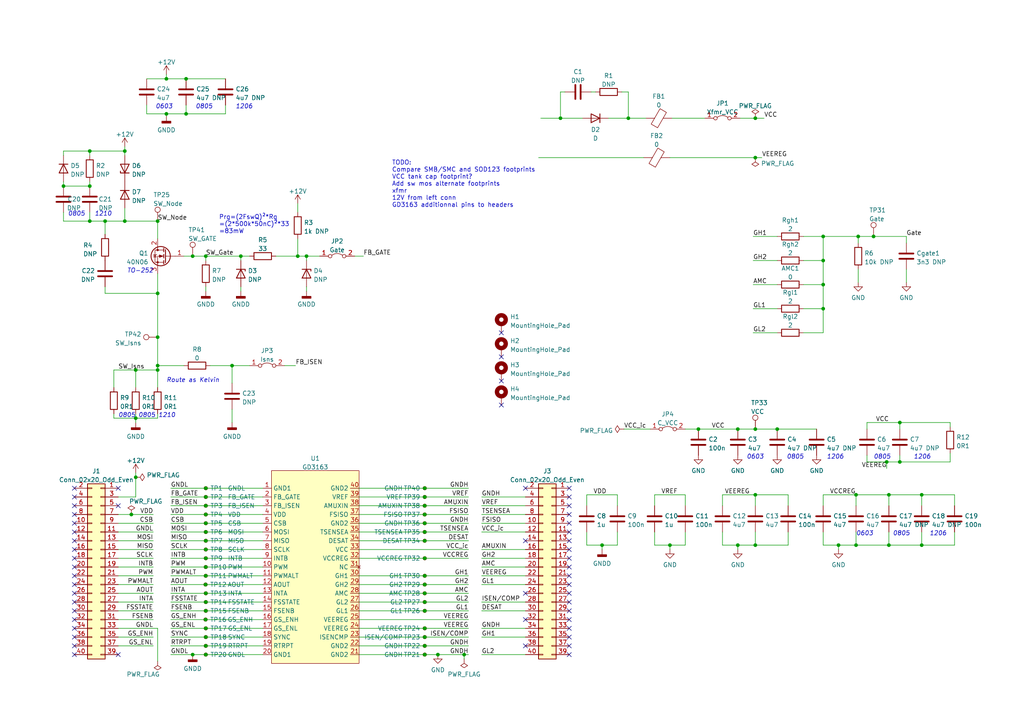
<source format=kicad_sch>
(kicad_sch (version 20211123) (generator eeschema)
  (paper "A4")
  (title_block (title "GD3163 Flyback DB") (date "2023-02-09") (rev "A") (company "NXP TLS") (comment 1 "Xavier Bourlot"))
  (junction (at 257.175 133.985))
  (junction (at 69.85 74.295))
  (junction (at 123.19 177.165))
  (junction (at 123.1792 149.225))
  (junction (at 213.995 124.46))
  (junction (at 55.88 189.865))
  (junction (at 257.81 158.115))
  (junction (at 48.26 33.02))
  (junction (at 238.76 89.535))
  (junction (at 67.31 106.045))
  (junction (at 162.56 34.29))
  (junction (at 202.565 124.46))
  (junction (at 134.62 189.865))
  (junction (at 248.285 158.115))
  (junction (at 123.19 169.545))
  (junction (at 238.76 82.55))
  (junction (at 123.19 174.625))
  (junction (at 86.36 74.295))
  (junction (at 238.76 75.565))
  (junction (at 123.1792 156.845))
  (junction (at 267.335 143.51))
  (junction (at 59.69 149.225))
  (junction (at 267.335 158.115))
  (junction (at 45.72 97.79))
  (junction (at 88.9 74.295))
  (junction (at 59.69 182.245))
  (junction (at 127 189.865))
  (junction (at 59.69 172.085))
  (junction (at 59.69 141.605))
  (junction (at 45.72 107.315))
  (junction (at 219.075 158.115))
  (junction (at 48.26 22.86))
  (junction (at 45.72 106.045))
  (junction (at 123.19 184.785))
  (junction (at 248.92 68.58))
  (junction (at 53.975 33.02))
  (junction (at 59.69 189.865))
  (junction (at 238.76 68.58))
  (junction (at 55.88 74.295))
  (junction (at 59.69 151.765))
  (junction (at 260.985 122.555))
  (junction (at 123.1792 154.305))
  (junction (at 59.69 161.925))
  (junction (at 59.69 144.145))
  (junction (at 174.625 158.115))
  (junction (at 45.72 64.135))
  (junction (at 59.69 177.165))
  (junction (at 59.69 74.295))
  (junction (at 26.035 43.815))
  (junction (at 59.69 174.625))
  (junction (at 59.69 184.785))
  (junction (at 219.075 143.51))
  (junction (at 260.985 133.985))
  (junction (at 36.195 43.815))
  (junction (at 26.035 53.975))
  (junction (at 59.6774 167.005))
  (junction (at 253.365 68.58))
  (junction (at 59.69 154.305))
  (junction (at 59.69 187.325))
  (junction (at 59.6227 179.705))
  (junction (at 123.19 187.325))
  (junction (at 45.72 85.09))
  (junction (at 123.19 167.005))
  (junction (at 213.995 158.115))
  (junction (at 39.37 138.43))
  (junction (at 59.69 159.385))
  (junction (at 36.195 64.135))
  (junction (at 123.1792 172.085))
  (junction (at 26.035 64.135))
  (junction (at 243.205 158.115))
  (junction (at 39.37 107.315))
  (junction (at 123.19 144.145))
  (junction (at 219.075 45.72))
  (junction (at 39.37 121.285))
  (junction (at 219.075 34.29))
  (junction (at 59.69 146.685))
  (junction (at 30.48 64.135))
  (junction (at 257.81 143.51))
  (junction (at 123.19 189.865))
  (junction (at 18.415 53.975))
  (junction (at 182.245 34.29))
  (junction (at 194.31 158.115))
  (junction (at 123.19 161.925))
  (junction (at 123.19 141.605))
  (junction (at 219.075 124.46))
  (junction (at 59.6227 169.545))
  (junction (at 248.285 143.51))
  (junction (at 225.425 124.46))
  (junction (at 53.975 22.86))
  (junction (at 123.19 182.245))
  (junction (at 38.1 149.225))
  (junction (at 123.1792 146.685))
  (junction (at 123.1792 151.765))
  (junction (at 59.69 156.845))
  (junction (at 59.6774 164.465))
  (no_connect (at 34.29 141.605))
  (no_connect (at 165.1 159.385))
  (no_connect (at 21.59 172.085))
  (no_connect (at 165.1 141.605))
  (no_connect (at 145.415 96.52))
  (no_connect (at 152.4 187.325))
  (no_connect (at 165.1 161.925))
  (no_connect (at 165.1 151.765))
  (no_connect (at 165.1 156.845))
  (no_connect (at 165.1 187.325))
  (no_connect (at 21.59 184.785))
  (no_connect (at 21.59 146.685))
  (no_connect (at 21.59 177.165))
  (no_connect (at 21.59 159.385))
  (no_connect (at 21.59 164.465))
  (no_connect (at 21.59 179.705))
  (no_connect (at 145.415 110.49))
  (no_connect (at 165.1 182.245))
  (no_connect (at 21.59 189.865))
  (no_connect (at 34.29 146.685))
  (no_connect (at 21.59 141.605))
  (no_connect (at 165.1 172.085))
  (no_connect (at 21.59 167.005))
  (no_connect (at 165.1 174.625))
  (no_connect (at 165.1 167.005))
  (no_connect (at 165.1 177.165))
  (no_connect (at 165.1 146.685))
  (no_connect (at 21.59 187.325))
  (no_connect (at 21.59 174.625))
  (no_connect (at 165.1 184.785))
  (no_connect (at 145.415 117.475))
  (no_connect (at 152.4 141.605))
  (no_connect (at 21.59 169.545))
  (no_connect (at 21.59 161.925))
  (no_connect (at 165.1 149.225))
  (no_connect (at 145.415 103.505))
  (no_connect (at 34.29 189.865))
  (no_connect (at 165.1 164.465))
  (no_connect (at 165.1 169.545))
  (no_connect (at 21.59 182.245))
  (no_connect (at 152.4 156.845))
  (no_connect (at 152.4 172.085))
  (no_connect (at 152.4 179.705))
  (no_connect (at 21.59 154.305))
  (no_connect (at 165.1 189.865))
  (no_connect (at 165.1 179.705))
  (no_connect (at 21.59 151.765))
  (no_connect (at 21.59 149.225))
  (no_connect (at 21.59 156.845))
  (no_connect (at 165.1 144.145))
  (no_connect (at 165.1 154.305))
  (no_connect (at 21.59 144.145))
  (wire (pts (xy 39.37 120.015) (xy 39.37 121.285)))
  (wire (pts (xy 49.53 154.305) (xy 59.69 154.305)))
  (wire (pts (xy 123.1792 149.225) (xy 135.89 149.225)))
  (wire (pts (xy 34.29 167.005) (xy 44.45 167.005)))
  (wire (pts (xy 34.29 151.765) (xy 44.45 151.765)))
  (wire (pts (xy 18.415 45.085) (xy 18.415 43.815)))
  (wire (pts (xy 48.26 33.02) (xy 48.26 33.655)))
  (wire (pts (xy 238.76 68.58) (xy 248.92 68.58)))
  (wire (pts (xy 49.53 184.785) (xy 59.69 184.785)))
  (wire (pts (xy 180.975 124.46) (xy 188.595 124.46)))
  (wire (pts (xy 163.83 26.67) (xy 162.56 26.67)))
  (wire (pts (xy 30.48 64.135) (xy 26.035 64.135)))
  (wire (pts (xy 238.76 89.535) (xy 238.76 96.52)))
  (wire (pts (xy 238.76 82.55) (xy 238.76 89.535)))
  (wire (pts (xy 18.415 43.815) (xy 26.035 43.815)))
  (wire (pts (xy 59.69 146.685) (xy 76.2 146.685)))
  (wire (pts (xy 209.55 154.305) (xy 209.55 158.115)))
  (wire (pts (xy 248.285 158.115) (xy 248.285 154.305)))
  (wire (pts (xy 45.72 106.045) (xy 53.34 106.045)))
  (wire (pts (xy 214.63 34.29) (xy 219.075 34.29)))
  (wire (pts (xy 248.92 78.105) (xy 248.92 81.915)))
  (wire (pts (xy 59.69 154.305) (xy 76.2 154.305)))
  (wire (pts (xy 123.1792 172.085) (xy 135.89 172.085)))
  (wire (pts (xy 39.37 121.285) (xy 45.72 121.285)))
  (wire (pts (xy 42.545 33.02) (xy 48.26 33.02)))
  (wire (pts (xy 123.19 169.545) (xy 135.89 169.545)))
  (wire (pts (xy 189.865 158.115) (xy 194.31 158.115)))
  (wire (pts (xy 180.34 26.67) (xy 182.245 26.67)))
  (wire (pts (xy 102.87 74.295) (xy 105.41 74.295)))
  (wire (pts (xy 69.85 74.295) (xy 72.39 74.295)))
  (wire (pts (xy 34.29 149.225) (xy 38.1 149.225)))
  (wire (pts (xy 257.175 133.985) (xy 260.985 133.985)))
  (wire (pts (xy 34.29 179.705) (xy 44.45 179.705)))
  (wire (pts (xy 275.59 123.825) (xy 275.59 122.555)))
  (wire (pts (xy 88.9 74.295) (xy 88.9 75.565)))
  (wire (pts (xy 213.995 158.115) (xy 213.995 159.385)))
  (wire (pts (xy 49.53 179.705) (xy 59.6227 179.705)))
  (wire (pts (xy 123.19 141.605) (xy 135.89 141.605)))
  (wire (pts (xy 139.7 189.865) (xy 152.4 189.865)))
  (wire (pts (xy 59.69 172.085) (xy 76.2 172.085)))
  (wire (pts (xy 104.14 156.845) (xy 123.1792 156.845)))
  (wire (pts (xy 59.69 74.295) (xy 59.69 75.565)))
  (wire (pts (xy 45.72 121.285) (xy 45.72 120.015)))
  (wire (pts (xy 80.01 74.295) (xy 86.36 74.295)))
  (wire (pts (xy 39.37 137.16) (xy 39.37 138.43)))
  (wire (pts (xy 139.7 159.385) (xy 152.4 159.385)))
  (wire (pts (xy 49.53 169.545) (xy 59.6227 169.545)))
  (wire (pts (xy 59.69 159.385) (xy 76.2 159.385)))
  (wire (pts (xy 174.625 158.115) (xy 179.07 158.115)))
  (wire (pts (xy 104.14 169.545) (xy 123.19 169.545)))
  (wire (pts (xy 219.075 146.685) (xy 219.075 143.51)))
  (wire (pts (xy 123.19 144.145) (xy 135.89 144.145)))
  (wire (pts (xy 189.865 143.51) (xy 198.755 143.51)))
  (wire (pts (xy 59.6227 179.705) (xy 76.2 179.705)))
  (wire (pts (xy 174.625 158.115) (xy 174.625 159.385)))
  (wire (pts (xy 156.845 34.29) (xy 162.56 34.29)))
  (wire (pts (xy 104.14 146.685) (xy 123.1792 146.685)))
  (wire (pts (xy 53.975 22.86) (xy 65.405 22.86)))
  (wire (pts (xy 213.995 124.46) (xy 219.075 124.46)))
  (wire (pts (xy 218.44 96.52) (xy 225.425 96.52)))
  (wire (pts (xy 34.29 172.085) (xy 44.45 172.085)))
  (wire (pts (xy 267.335 146.685) (xy 267.335 143.51)))
  (wire (pts (xy 49.53 182.245) (xy 59.69 182.245)))
  (wire (pts (xy 69.85 74.295) (xy 69.85 75.565)))
  (wire (pts (xy 257.175 133.985) (xy 257.175 135.89)))
  (wire (pts (xy 139.7 167.005) (xy 152.4 167.005)))
  (wire (pts (xy 275.59 131.445) (xy 275.59 133.985)))
  (wire (pts (xy 45.72 64.135) (xy 36.195 64.135)))
  (wire (pts (xy 45.72 85.09) (xy 45.72 97.79)))
  (wire (pts (xy 260.985 132.08) (xy 260.985 133.985)))
  (wire (pts (xy 139.7 151.765) (xy 152.4 151.765)))
  (wire (pts (xy 257.81 143.51) (xy 267.335 143.51)))
  (wire (pts (xy 104.14 177.165) (xy 123.19 177.165)))
  (wire (pts (xy 139.7 154.305) (xy 152.4 154.305)))
  (wire (pts (xy 34.29 154.305) (xy 44.45 154.305)))
  (wire (pts (xy 218.44 68.58) (xy 225.425 68.58)))
  (wire (pts (xy 59.69 187.325) (xy 76.2 187.325)))
  (wire (pts (xy 267.335 158.115) (xy 267.335 154.305)))
  (wire (pts (xy 182.245 34.29) (xy 187.325 34.29)))
  (wire (pts (xy 38.1 149.225) (xy 44.45 149.225)))
  (wire (pts (xy 238.76 68.58) (xy 238.76 75.565)))
  (wire (pts (xy 49.53 187.325) (xy 59.69 187.325)))
  (wire (pts (xy 18.415 61.595) (xy 18.415 64.135)))
  (wire (pts (xy 59.69 141.605) (xy 76.2 141.605)))
  (wire (pts (xy 53.975 33.02) (xy 65.405 33.02)))
  (wire (pts (xy 34.29 161.925) (xy 44.45 161.925)))
  (wire (pts (xy 104.14 167.005) (xy 123.19 167.005)))
  (wire (pts (xy 104.14 179.705) (xy 135.89 179.705)))
  (wire (pts (xy 228.6 146.685) (xy 228.6 143.51)))
  (wire (pts (xy 233.045 82.55) (xy 238.76 82.55)))
  (wire (pts (xy 123.19 177.165) (xy 135.89 177.165)))
  (wire (pts (xy 45.72 97.79) (xy 45.72 106.045)))
  (wire (pts (xy 59.69 151.765) (xy 76.2 151.765)))
  (wire (pts (xy 36.195 43.815) (xy 36.195 45.085)))
  (wire (pts (xy 59.69 144.145) (xy 76.2 144.145)))
  (wire (pts (xy 26.035 61.595) (xy 26.035 64.135)))
  (wire (pts (xy 209.55 143.51) (xy 219.075 143.51)))
  (wire (pts (xy 262.89 70.485) (xy 262.89 68.58)))
  (wire (pts (xy 34.29 159.385) (xy 44.45 159.385)))
  (wire (pts (xy 104.14 151.765) (xy 123.1792 151.765)))
  (wire (pts (xy 219.075 45.72) (xy 220.98 45.72)))
  (wire (pts (xy 225.425 124.46) (xy 236.855 124.46)))
  (wire (pts (xy 202.565 124.46) (xy 213.995 124.46)))
  (wire (pts (xy 257.81 146.685) (xy 257.81 143.51)))
  (wire (pts (xy 139.7 182.245) (xy 152.4 182.245)))
  (wire (pts (xy 59.69 161.925) (xy 76.2 161.925)))
  (wire (pts (xy 49.53 146.685) (xy 59.69 146.685)))
  (wire (pts (xy 104.14 174.625) (xy 123.19 174.625)))
  (wire (pts (xy 219.075 158.115) (xy 219.075 154.305)))
  (wire (pts (xy 48.26 33.02) (xy 53.975 33.02)))
  (wire (pts (xy 49.53 159.385) (xy 59.69 159.385)))
  (wire (pts (xy 243.205 158.115) (xy 248.285 158.115)))
  (wire (pts (xy 139.7 161.925) (xy 152.4 161.925)))
  (wire (pts (xy 45.72 79.375) (xy 45.72 85.09)))
  (wire (pts (xy 104.14 182.245) (xy 123.19 182.245)))
  (wire (pts (xy 48.26 21.59) (xy 48.26 22.86)))
  (wire (pts (xy 59.69 189.865) (xy 76.2 189.865)))
  (wire (pts (xy 139.7 169.545) (xy 152.4 169.545)))
  (wire (pts (xy 162.56 26.67) (xy 162.56 34.29)))
  (wire (pts (xy 59.6227 169.545) (xy 76.2 169.545)))
  (wire (pts (xy 139.7 174.625) (xy 152.4 174.625)))
  (wire (pts (xy 257.81 158.115) (xy 257.81 154.305)))
  (wire (pts (xy 55.88 189.865) (xy 59.69 189.865)))
  (wire (pts (xy 123.19 174.625) (xy 135.89 174.625)))
  (wire (pts (xy 198.755 124.46) (xy 202.565 124.46)))
  (wire (pts (xy 139.7 164.465) (xy 152.4 164.465)))
  (wire (pts (xy 53.975 30.48) (xy 53.975 33.02)))
  (wire (pts (xy 238.76 146.685) (xy 238.76 143.51)))
  (wire (pts (xy 123.19 167.005) (xy 135.89 167.005)))
  (wire (pts (xy 238.76 68.58) (xy 233.045 68.58)))
  (wire (pts (xy 33.02 107.315) (xy 39.37 107.315)))
  (wire (pts (xy 198.755 146.685) (xy 198.755 143.51)))
  (wire (pts (xy 34.29 169.545) (xy 44.45 169.545)))
  (wire (pts (xy 139.7 146.685) (xy 152.4 146.685)))
  (wire (pts (xy 123.19 161.925) (xy 135.89 161.925)))
  (wire (pts (xy 42.545 30.48) (xy 42.545 33.02)))
  (wire (pts (xy 253.365 68.58) (xy 262.89 68.58)))
  (wire (pts (xy 104.14 149.225) (xy 123.1792 149.225)))
  (wire (pts (xy 127 189.865) (xy 134.62 189.865)))
  (wire (pts (xy 55.88 74.295) (xy 59.69 74.295)))
  (wire (pts (xy 45.72 107.315) (xy 45.72 112.395)))
  (wire (pts (xy 104.14 189.865) (xy 123.19 189.865)))
  (wire (pts (xy 179.07 158.115) (xy 179.07 154.305)))
  (wire (pts (xy 123.19 184.785) (xy 135.89 184.785)))
  (wire (pts (xy 238.76 143.51) (xy 248.285 143.51)))
  (wire (pts (xy 243.205 158.115) (xy 243.205 159.385)))
  (wire (pts (xy 30.48 64.135) (xy 30.48 67.945)))
  (wire (pts (xy 219.075 34.29) (xy 221.615 34.29)))
  (wire (pts (xy 18.415 52.705) (xy 18.415 53.975)))
  (wire (pts (xy 33.02 120.015) (xy 33.02 121.285)))
  (wire (pts (xy 170.18 158.115) (xy 174.625 158.115)))
  (wire (pts (xy 69.85 83.185) (xy 69.85 84.455)))
  (wire (pts (xy 139.7 177.165) (xy 152.4 177.165)))
  (wire (pts (xy 18.415 53.975) (xy 26.035 53.975)))
  (wire (pts (xy 170.18 146.685) (xy 170.18 143.51)))
  (wire (pts (xy 198.755 158.115) (xy 198.755 154.305)))
  (wire (pts (xy 30.48 85.09) (xy 45.72 85.09)))
  (wire (pts (xy 33.02 121.285) (xy 39.37 121.285)))
  (wire (pts (xy 209.55 158.115) (xy 213.995 158.115)))
  (wire (pts (xy 49.53 144.145) (xy 59.69 144.145)))
  (wire (pts (xy 59.69 149.225) (xy 76.2 149.225)))
  (wire (pts (xy 194.31 158.115) (xy 198.755 158.115)))
  (wire (pts (xy 39.37 121.285) (xy 39.37 122.555)))
  (wire (pts (xy 123.1792 151.765) (xy 135.89 151.765)))
  (wire (pts (xy 123.1792 146.685) (xy 135.89 146.685)))
  (wire (pts (xy 176.53 34.29) (xy 182.245 34.29)))
  (wire (pts (xy 248.92 68.58) (xy 248.92 70.485)))
  (wire (pts (xy 49.53 161.925) (xy 59.69 161.925)))
  (wire (pts (xy 59.69 182.245) (xy 76.2 182.245)))
  (wire (pts (xy 104.14 154.305) (xy 123.1792 154.305)))
  (wire (pts (xy 49.53 167.005) (xy 59.6774 167.005)))
  (wire (pts (xy 189.865 146.685) (xy 189.865 143.51)))
  (wire (pts (xy 59.6774 164.465) (xy 76.2 164.465)))
  (wire (pts (xy 218.44 82.55) (xy 225.425 82.55)))
  (wire (pts (xy 139.7 144.145) (xy 152.4 144.145)))
  (wire (pts (xy 36.195 42.545) (xy 36.195 43.815)))
  (wire (pts (xy 248.285 158.115) (xy 257.81 158.115)))
  (wire (pts (xy 36.195 64.135) (xy 36.195 60.325)))
  (wire (pts (xy 49.53 164.465) (xy 59.6774 164.465)))
  (wire (pts (xy 65.405 33.02) (xy 65.405 30.48)))
  (wire (pts (xy 88.9 83.185) (xy 88.9 84.455)))
  (wire (pts (xy 170.18 154.305) (xy 170.18 158.115)))
  (wire (pts (xy 26.035 52.705) (xy 26.035 53.975)))
  (wire (pts (xy 123.19 187.325) (xy 135.89 187.325)))
  (wire (pts (xy 218.44 89.535) (xy 225.425 89.535)))
  (wire (pts (xy 139.7 184.785) (xy 152.4 184.785)))
  (wire (pts (xy 248.285 143.51) (xy 257.81 143.51)))
  (wire (pts (xy 59.69 156.845) (xy 76.2 156.845)))
  (wire (pts (xy 39.37 138.43) (xy 39.37 144.145)))
  (wire (pts (xy 104.14 172.085) (xy 123.1792 172.085)))
  (wire (pts (xy 248.92 68.58) (xy 253.365 68.58)))
  (wire (pts (xy 156.21 45.72) (xy 186.69 45.72)))
  (wire (pts (xy 34.29 164.465) (xy 44.45 164.465)))
  (wire (pts (xy 179.07 146.685) (xy 179.07 143.51)))
  (wire (pts (xy 228.6 158.115) (xy 228.6 154.305)))
  (wire (pts (xy 34.29 187.325) (xy 44.45 187.325)))
  (wire (pts (xy 123.19 189.865) (xy 127 189.865)))
  (wire (pts (xy 233.045 75.565) (xy 238.76 75.565)))
  (wire (pts (xy 276.86 158.115) (xy 276.86 154.305)))
  (wire (pts (xy 170.18 143.51) (xy 179.07 143.51)))
  (wire (pts (xy 218.44 75.565) (xy 225.425 75.565)))
  (wire (pts (xy 49.53 156.845) (xy 59.69 156.845)))
  (wire (pts (xy 88.9 74.295) (xy 92.71 74.295)))
  (wire (pts (xy 219.075 158.115) (xy 228.6 158.115)))
  (wire (pts (xy 209.55 146.685) (xy 209.55 143.51)))
  (wire (pts (xy 49.53 172.085) (xy 59.69 172.085)))
  (wire (pts (xy 233.045 89.535) (xy 238.76 89.535)))
  (wire (pts (xy 59.69 184.785) (xy 76.2 184.785)))
  (wire (pts (xy 67.31 106.045) (xy 60.96 106.045)))
  (wire (pts (xy 49.53 174.625) (xy 59.69 174.625)))
  (wire (pts (xy 86.36 74.295) (xy 88.9 74.295)))
  (wire (pts (xy 53.34 74.295) (xy 55.88 74.295)))
  (wire (pts (xy 59.69 84.455) (xy 59.69 83.185)))
  (wire (pts (xy 49.53 151.765) (xy 59.69 151.765)))
  (wire (pts (xy 30.48 64.135) (xy 36.195 64.135)))
  (wire (pts (xy 251.46 133.985) (xy 257.175 133.985)))
  (wire (pts (xy 267.335 143.51) (xy 276.86 143.51)))
  (wire (pts (xy 86.36 59.055) (xy 86.36 61.595)))
  (wire (pts (xy 123.1792 156.845) (xy 135.89 156.845)))
  (wire (pts (xy 260.985 124.46) (xy 260.985 122.555)))
  (wire (pts (xy 34.29 156.845) (xy 44.45 156.845)))
  (wire (pts (xy 39.37 107.315) (xy 45.72 107.315)))
  (wire (pts (xy 238.76 154.305) (xy 238.76 158.115)))
  (wire (pts (xy 104.14 141.605) (xy 123.19 141.605)))
  (wire (pts (xy 251.46 122.555) (xy 251.46 124.46)))
  (wire (pts (xy 67.31 111.125) (xy 67.31 106.045)))
  (wire (pts (xy 30.48 83.185) (xy 30.48 85.09)))
  (wire (pts (xy 59.69 174.625) (xy 76.2 174.625)))
  (wire (pts (xy 194.945 34.29) (xy 204.47 34.29)))
  (wire (pts (xy 42.545 22.86) (xy 48.26 22.86)))
  (wire (pts (xy 260.985 122.555) (xy 251.46 122.555)))
  (wire (pts (xy 45.72 191.77) (xy 45.72 182.245)))
  (wire (pts (xy 248.285 146.685) (xy 248.285 143.51)))
  (wire (pts (xy 34.29 177.165) (xy 44.45 177.165)))
  (wire (pts (xy 251.46 132.08) (xy 251.46 133.985)))
  (wire (pts (xy 49.53 149.225) (xy 59.69 149.225)))
  (wire (pts (xy 189.865 154.305) (xy 189.865 158.115)))
  (wire (pts (xy 219.075 143.51) (xy 228.6 143.51)))
  (wire (pts (xy 104.14 187.325) (xy 123.19 187.325)))
  (wire (pts (xy 219.075 124.46) (xy 225.425 124.46)))
  (wire (pts (xy 134.62 189.865) (xy 135.89 189.865)))
  (wire (pts (xy 59.6774 167.005) (xy 76.2 167.005)))
  (wire (pts (xy 104.14 144.145) (xy 123.19 144.145)))
  (wire (pts (xy 104.14 159.385) (xy 135.89 159.385)))
  (wire (pts (xy 49.53 177.165) (xy 59.69 177.165)))
  (wire (pts (xy 59.69 177.165) (xy 76.2 177.165)))
  (wire (pts (xy 26.035 43.815) (xy 36.195 43.815)))
  (wire (pts (xy 123.1792 154.305) (xy 135.89 154.305)))
  (wire (pts (xy 45.72 69.215) (xy 45.72 64.135)))
  (wire (pts (xy 276.86 146.685) (xy 276.86 143.51)))
  (wire (pts (xy 49.53 141.605) (xy 59.69 141.605)))
  (wire (pts (xy 45.72 106.045) (xy 45.72 107.315)))
  (wire (pts (xy 59.69 74.295) (xy 69.85 74.295)))
  (wire (pts (xy 275.59 122.555) (xy 260.985 122.555)))
  (wire (pts (xy 275.59 133.985) (xy 260.985 133.985)))
  (wire (pts (xy 257.81 158.115) (xy 267.335 158.115)))
  (wire (pts (xy 48.26 22.86) (xy 53.975 22.86)))
  (wire (pts (xy 67.31 118.745) (xy 67.31 122.555)))
  (wire (pts (xy 267.335 158.115) (xy 276.86 158.115)))
  (wire (pts (xy 49.53 189.865) (xy 55.88 189.865)))
  (wire (pts (xy 34.29 184.785) (xy 44.45 184.785)))
  (wire (pts (xy 33.02 112.395) (xy 33.02 107.315)))
  (wire (pts (xy 104.14 184.785) (xy 123.19 184.785)))
  (wire (pts (xy 26.035 43.815) (xy 26.035 45.085)))
  (wire (pts (xy 233.045 96.52) (xy 238.76 96.52)))
  (wire (pts (xy 34.29 144.145) (xy 39.37 144.145)))
  (wire (pts (xy 123.19 182.245) (xy 135.89 182.245)))
  (wire (pts (xy 162.56 34.29) (xy 168.91 34.29)))
  (wire (pts (xy 139.7 149.225) (xy 152.4 149.225)))
  (wire (pts (xy 171.45 26.67) (xy 172.72 26.67)))
  (wire (pts (xy 104.14 161.925) (xy 123.19 161.925)))
  (wire (pts (xy 34.29 174.625) (xy 44.45 174.625)))
  (wire (pts (xy 39.37 107.315) (xy 39.37 112.395)))
  (wire (pts (xy 18.415 64.135) (xy 26.035 64.135)))
  (wire (pts (xy 134.62 191.135) (xy 134.62 189.865)))
  (wire (pts (xy 238.76 158.115) (xy 243.205 158.115)))
  (wire (pts (xy 82.55 106.045) (xy 85.725 106.045)))
  (wire (pts (xy 182.245 26.67) (xy 182.245 34.29)))
  (wire (pts (xy 194.31 158.115) (xy 194.31 159.385)))
  (wire (pts (xy 34.29 182.245) (xy 45.72 182.245)))
  (wire (pts (xy 67.31 106.045) (xy 72.39 106.045)))
  (wire (pts (xy 238.76 75.565) (xy 238.76 82.55)))
  (wire (pts (xy 262.89 78.105) (xy 262.89 81.915)))
  (wire (pts (xy 213.995 158.115) (xy 219.075 158.115)))
  (wire (pts (xy 194.31 45.72) (xy 219.075 45.72)))
  (wire (pts (xy 86.36 69.215) (xy 86.36 74.295)))
  (text "0805   1210" (at 19.685 62.865 0) (effects (font (size 1.27 1.27) italic) (justify left bottom)))
  (text "0805       1206" (at 253.365 133.35 0) (effects (font (size 1.27 1.27) italic) (justify left bottom)))
  (text "0603       0805       1206" (at 216.535 133.35 0) (effects (font (size 1.27 1.27) italic) (justify left bottom)))
  (text "0805 0805 1210" (at 34.29 121.285 0) (effects (font (size 1.27 1.27) italic) (justify left bottom)))
  (text "TO-252" (at 36.83 79.375 0) (effects (font (size 1.27 1.27) italic) (justify left bottom)))
  (text "TODO:\nCompare SMB/SMC and SOD123 footprints\nVCC tank cap footprint?\nAdd sw mos alternate footprints\nxfmr\n12V from left conn\nGD3163 additionnal pins to headers" (at 113.665 60.325 0) (effects (font (size 1.27 1.27)) (justify left bottom)))
  (text "0603      0805      1206" (at 248.285 155.575 0) (effects (font (size 1.27 1.27) italic) (justify left bottom)))
  (text "0603       0805       1206" (at 45.085 31.75 0) (effects (font (size 1.27 1.27) italic) (justify left bottom)))
  (text "Prg=(2FswQ)²*Rg\n=(2*500k*50nC)²*33\n=83mW" (at 63.5 67.945 0) (effects (font (size 1.27 1.27)) (justify left bottom)))
  (text "Route as Kelvin" (at 48.26 111.125 0) (effects (font (size 1.27 1.27) italic) (justify left bottom)))
  (label "GL1" (at 139.7 169.545 0))
  (label "SW_Isns" (at 34.29 107.315 0))
  (label "VDD" (at 44.45 149.225 180))
  (label "SW_Node" (at 45.72 64.135 0))
  (label "VEEREG" (at 135.89 179.705 180))
  (label "VCCREG" (at 240.665 143.51 0))
  (label "INTA" (at 44.45 174.625 180))
  (label "GNDH" (at 135.89 141.605 180))
  (label "INTA" (at 49.53 172.085 0))
  (label "PWMALT" (at 44.45 169.545 180))
  (label "GH1" (at 135.89 167.005 180))
  (label "GS_ENH" (at 49.53 179.705 0))
  (label "GNDH" (at 135.89 187.325 180))
  (label "AMUXIN" (at 135.89 146.685 180))
  (label "GH1" (at 218.44 68.58 0))
  (label "INTB" (at 49.53 161.925 0))
  (label "SCLK" (at 49.53 159.385 0))
  (label "INTB" (at 44.45 164.465 180))
  (label "ISEN{slash}COMP" (at 139.7 174.625 0))
  (label "GNDL" (at 44.45 182.245 180))
  (label "VDD" (at 49.53 149.225 0))
  (label "GL2" (at 139.7 189.865 0))
  (label "GNDL" (at 49.53 189.865 0))
  (label "AMC" (at 135.89 172.085 180))
  (label "VREF" (at 191.77 143.51 0))
  (label "PWM" (at 49.53 164.465 0))
  (label "GL1" (at 135.89 177.165 180))
  (label "TSENSEA" (at 135.89 154.305 180))
  (label "AOUT" (at 44.45 172.085 180))
  (label "GH2" (at 218.44 75.565 0))
  (label "MOSI" (at 44.45 156.845 180))
  (label "FSENB" (at 44.45 179.705 180))
  (label "GNDH" (at 135.89 151.765 180))
  (label "FB_ISEN" (at 85.725 106.045 0))
  (label "VCC" (at 221.615 34.29 0))
  (label "VCCREG" (at 135.89 161.925 180))
  (label "VCC_ic" (at 135.89 159.385 180))
  (label "VCC" (at 254 122.555 0))
  (label "AMUXIN" (at 139.7 159.385 0))
  (label "GS_ENL" (at 44.45 187.325 180))
  (label "GS_ENH" (at 44.45 184.785 180))
  (label "GNDH" (at 139.7 182.245 0))
  (label "VCC" (at 206.375 124.46 0))
  (label "CSB" (at 49.53 151.765 0))
  (label "GNDH" (at 139.7 144.145 0))
  (label "MISO" (at 44.45 159.385 180))
  (label "ISEN{slash}COMP" (at 135.89 184.785 180))
  (label "FB_ISEN" (at 49.53 146.685 0))
  (label "GS_ENL" (at 49.53 182.245 0))
  (label "SW_Gate" (at 59.69 74.295 0))
  (label "VEEREG" (at 257.175 135.89 180))
  (label "GNDL" (at 44.45 154.305 180))
  (label "FSSTATE" (at 44.45 177.165 180))
  (label "VREF" (at 135.89 144.145 180))
  (label "FSENB" (at 49.53 177.165 0))
  (label "GL2" (at 218.44 96.52 0))
  (label "GL1" (at 218.44 89.535 0))
  (label "FB_GATE" (at 105.41 74.295 0))
  (label "VEEREG" (at 220.98 45.72 0))
  (label "MISO" (at 49.53 156.845 0))
  (label "SYNC" (at 49.53 184.785 0))
  (label "SCLK" (at 44.45 161.925 180))
  (label "PWMALT" (at 49.53 167.005 0))
  (label "VEEREG" (at 210.185 143.51 0))
  (label "FSISO" (at 139.7 151.765 0))
  (label "DESAT" (at 135.89 156.845 180))
  (label "VDD" (at 172.085 143.51 0))
  (label "GNDH" (at 135.89 189.865 180))
  (label "VEEREG" (at 139.7 167.005 0))
  (label "PWM" (at 44.45 167.005 180))
  (label "VCC_ic" (at 139.7 154.305 0))
  (label "AMC" (at 139.7 164.465 0))
  (label "GL2" (at 135.89 174.625 180))
  (label "FB_GATE" (at 49.53 144.145 0))
  (label "VEEREG" (at 135.89 182.245 180))
  (label "GNDL" (at 49.53 141.605 0))
  (label "Gate" (at 262.89 68.58 0))
  (label "FSSTATE" (at 49.53 174.625 0))
  (label "GH2" (at 139.7 161.925 0))
  (label "MOSI" (at 49.53 154.305 0))
  (label "AMC" (at 218.44 82.55 0))
  (label "DESAT" (at 139.7 177.165 0))
  (label "GH1" (at 139.7 184.785 0))
  (label "CSB" (at 44.45 151.765 180))
  (label "GH2" (at 135.89 169.545 180))
  (label "AOUT" (at 49.53 169.545 0))
  (label "RTRPT" (at 49.53 187.325 0))
  (label "VCC_ic" (at 180.975 124.46 0))
  (label "FSISO" (at 135.89 149.225 180))
  (label "VREF" (at 139.7 146.685 0))
  (label "TSENSEA" (at 139.7 149.225 0))
  (symbol (lib_id "Device:C") (at 167.64 26.67 90) (unit 1)
    (property "Reference" "C1" (at 167.64 20.8112 90))
    (property "Value" "DNP" (at 167.64 23.3481 90))
    (property "Footprint" "Capacitor_SMD:C_0805_2012Metric_Pad1.18x1.45mm_HandSolder" (effects hide))
  )
  (symbol (lib_id "Device:D_Zener") (at 69.85 79.375 270) (unit 1)
    (property "Reference" "D3" (at 71.882 78.5403 90) (effects (justify left)))
    (property "Value" "DNP" (at 71.882 81.0772 90) (effects (justify left)))
    (property "Footprint" "Diode_SMD:D_SOD-323_HandSoldering" (effects hide))
  )
  (symbol (lib_id "Device:FerriteBead") (at 191.135 34.29 90) (unit 1)
    (property "Reference" "FB1" (at 191.0842 27.9486 90))
    (property "Value" "0" (at 191.0842 30.4855 90))
    (property "Footprint" "Inductor_SMD:L_0805_2012Metric_Pad1.05x1.20mm_HandSolder" (effects hide))
  )
  (symbol (lib_id "power:PWR_FLAG") (at 219.075 34.29 0) (unit 1)
    (property "Reference" "#FLG0101" (effects hide))
    (property "Value" "PWR_FLAG" (at 219.075 30.7142 0))
  )
  (symbol (lib_id "Device:R") (at 57.15 106.045 90) (unit 1)
    (property "Reference" "R8" (at 57.15 101.3292 90))
    (property "Value" "0" (at 57.15 103.8661 90))
    (property "Footprint" "Resistor_SMD:R_0805_2012Metric_Pad1.20x1.40mm_HandSolder" (effects hide))
  )
  (symbol (lib_id "Mechanical:MountingHole_Pad") (at 145.415 107.95 0) (unit 1)
    (property "Reference" "H3" (at 147.955 105.8453 0) (effects (justify left)))
    (property "Value" "MountingHole_Pad" (at 147.955 108.3822 0) (effects (justify left)))
    (property "Footprint" "MountingHole:MountingHole_4.3mm_M4_Pad_Via" (effects hide))
  )
  (symbol (lib_id "Connector:TestPoint_Small") (at 59.6774 164.465 0) (unit 1)
    (property "Reference" "TP10" (at 60.9474 164.465 0) (effects (justify left)))
    (property "Value" "PWM" (at 66.0274 164.465 0) (effects (justify left)))
    (property "Footprint" "footprints:TestPoint_Keystone_5010-5014_Multipurpose" (effects hide))
  )
  (symbol (lib_id "power:GND") (at 243.205 159.385 0) (unit 1)
    (property "Reference" "#PWR018" (effects hide))
    (property "Value" "GND" (at 243.205 163.8284 0))
  )
  (symbol (lib_id "Device:R") (at 229.235 68.58 90) (unit 1)
    (property "Reference" "Rgh1" (at 229.235 63.8642 90))
    (property "Value" "2" (at 229.235 66.4011 90))
    (property "Footprint" "Resistor_SMD:R_1206_3216Metric_Pad1.30x1.75mm_HandSolder" (effects hide))
  )
  (symbol (lib_id "Connector:TestPoint_Small") (at 59.69 187.325 0) (unit 1)
    (property "Reference" "TP19" (at 60.96 187.325 0) (effects (justify left)))
    (property "Value" "RTRPT" (at 66.04 187.325 0) (effects (justify left)))
    (property "Footprint" "footprints:TestPoint_Keystone_5010-5014_Multipurpose" (effects hide))
  )
  (symbol (lib_id "Device:R") (at 229.235 89.535 90) (unit 1)
    (property "Reference" "Rgl1" (at 229.235 84.8192 90))
    (property "Value" "2" (at 229.235 87.3561 90))
    (property "Footprint" "Resistor_SMD:R_1206_3216Metric_Pad1.30x1.75mm_HandSolder" (effects hide))
  )
  (symbol (lib_id "Connector:TestPoint_Small") (at 123.19 141.605 180) (unit 1)
    (property "Reference" "TP40" (at 121.92 141.605 0) (effects (justify left)))
    (property "Value" "GNDH" (at 116.84 141.605 0) (effects (justify left)))
    (property "Footprint" "footprints:TestPoint_Keystone_5010-5014_Multipurpose" (effects hide))
  )
  (symbol (lib_id "power:GND") (at 225.425 132.08 0) (unit 1)
    (property "Reference" "#PWR013" (effects hide))
    (property "Value" "GND" (at 225.425 136.5234 0))
  )
  (symbol (lib_id "power:GND") (at 127 189.865 0) (unit 1)
    (property "Reference" "#PWR01" (effects hide))
    (property "Value" "GND" (at 127 194.3084 0))
  )
  (symbol (lib_id "power:GND") (at 213.995 132.08 0) (unit 1)
    (property "Reference" "#PWR012" (effects hide))
    (property "Value" "GND" (at 213.995 136.5234 0))
  )
  (symbol (lib_id "Device:C") (at 267.335 150.495 0) (unit 1)
    (property "Reference" "C18" (at 270.256 149.6603 0) (effects (justify left)))
    (property "Value" "4u7 DNP" (at 270.256 152.1972 0) (effects (justify left)))
    (property "Footprint" "Capacitor_SMD:C_1206_3216Metric_Pad1.33x1.80mm_HandSolder" (effects hide))
  )
  (symbol (lib_id "Device:R") (at 76.2 74.295 90) (unit 1)
    (property "Reference" "R5" (at 76.2 69.5792 90))
    (property "Value" "33" (at 76.2 72.1161 90))
    (property "Footprint" "Resistor_SMD:R_0805_2012Metric_Pad1.20x1.40mm_HandSolder" (effects hide))
  )
  (symbol (lib_id "power:PWR_FLAG") (at 38.1 149.225 0) (unit 1)
    (property "Reference" "#FLG0104" (effects hide))
    (property "Value" "PWR_FLAG" (at 37.465 145.415 0) (effects (justify left)))
  )
  (symbol (lib_id "Connector:TestPoint") (at 219.075 124.46 0) (unit 1)
    (property "Reference" "TP33" (at 217.805 116.84 0) (effects (justify left)))
    (property "Value" "VCC" (at 217.805 119.38 0) (effects (justify left)))
    (property "Footprint" "footprints:TestPoint_Keystone_5010-5014_Multipurpose" (effects hide))
  )
  (symbol (lib_id "Device:C") (at 257.81 150.495 0) (unit 1)
    (property "Reference" "C17" (at 260.731 149.6603 0) (effects (justify left)))
    (property "Value" "4u7 DNP" (at 260.731 152.1972 0) (effects (justify left)))
    (property "Footprint" "Capacitor_SMD:C_0805_2012Metric_Pad1.18x1.45mm_HandSolder" (effects hide))
  )
  (symbol (lib_id "Connector:TestPoint_Small") (at 59.69 141.605 0) (unit 1)
    (property "Reference" "TP1" (at 60.96 141.605 0) (effects (justify left)))
    (property "Value" "GNDL" (at 66.04 141.605 0) (effects (justify left)))
    (property "Footprint" "footprints:TestPoint_Keystone_5010-5014_Multipurpose" (effects hide))
  )
  (symbol (lib_id "Connector:TestPoint_Small") (at 59.69 172.085 0) (unit 1)
    (property "Reference" "TP13" (at 60.96 172.085 0) (effects (justify left)))
    (property "Value" "INTA" (at 66.04 172.085 0) (effects (justify left)))
    (property "Footprint" "footprints:TestPoint_Keystone_5010-5014_Multipurpose" (effects hide))
  )
  (symbol (lib_id "Device:C") (at 189.865 150.495 0) (unit 1)
    (property "Reference" "C10" (at 192.786 149.6603 0) (effects (justify left)))
    (property "Value" "1u" (at 192.786 152.1972 0) (effects (justify left)))
    (property "Footprint" "Capacitor_SMD:C_0603_1608Metric_Pad1.08x0.95mm_HandSolder" (effects hide))
  )
  (symbol (lib_id "Connector:TestPoint_Small") (at 123.1792 146.685 180) (unit 1)
    (property "Reference" "TP38" (at 121.9092 146.685 0) (effects (justify left)))
    (property "Value" "AMUXIN" (at 116.8292 146.685 0) (effects (justify left)))
    (property "Footprint" "footprints:TestPoint_Keystone_5010-5014_Multipurpose" (effects hide))
  )
  (symbol (lib_id "power:PWR_FLAG") (at 180.975 124.46 90) (unit 1)
    (property "Reference" "#FLG0105" (effects hide))
    (property "Value" "PWR_FLAG" (at 177.8001 124.8938 90) (effects (justify left)))
  )
  (symbol (lib_id "Device:C") (at 67.31 114.935 0) (unit 1)
    (property "Reference" "C23" (at 70.231 114.1003 0) (effects (justify left)))
    (property "Value" "DNP" (at 70.231 116.6372 0) (effects (justify left)))
    (property "Footprint" "Capacitor_SMD:C_0603_1608Metric_Pad1.08x0.95mm_HandSolder" (effects hide))
  )
  (symbol (lib_id "Connector:TestPoint_Small") (at 59.69 184.785 0) (unit 1)
    (property "Reference" "TP18" (at 60.96 184.785 0) (effects (justify left)))
    (property "Value" "SYNC" (at 66.04 184.785 0) (effects (justify left)))
    (property "Footprint" "footprints:TestPoint_Keystone_5010-5014_Multipurpose" (effects hide))
  )
  (symbol (lib_id "Connector:TestPoint") (at 55.88 74.295 0) (unit 1)
    (property "Reference" "TP41" (at 54.61 66.675 0) (effects (justify left)))
    (property "Value" "SW_GATE" (at 54.61 69.215 0) (effects (justify left)))
    (property "Footprint" "footprints:TestPoint_Keystone_5010-5014_Multipurpose" (effects hide))
  )
  (symbol (lib_id "power:GNDD") (at 69.85 84.455 0) (unit 1)
    (property "Reference" "#PWR07" (effects hide))
    (property "Value" "GNDD" (at 69.85 88.265 0))
  )
  (symbol (lib_id "Connector:TestPoint_Small") (at 123.19 177.165 180) (unit 1)
    (property "Reference" "TP26" (at 121.92 177.165 0) (effects (justify left)))
    (property "Value" "GL1" (at 116.84 177.165 0) (effects (justify left)))
    (property "Footprint" "footprints:TestPoint_Keystone_5010-5014_Multipurpose" (effects hide))
  )
  (symbol (lib_id "Device:D") (at 18.415 48.895 270) (unit 1)
    (property "Reference" "D5" (at 20.447 48.0603 90) (effects (justify left)))
    (property "Value" "DNP" (at 20.447 50.5972 90) (effects (justify left)))
    (property "Footprint" "Diode_SMD:D_SMA-SMB_Universal_Handsoldering" (effects hide))
  )
  (symbol (lib_id "Connector:TestPoint_Small") (at 59.6227 179.705 0) (unit 1)
    (property "Reference" "TP16" (at 60.8927 179.705 0) (effects (justify left)))
    (property "Value" "GS_ENH" (at 65.9727 179.705 0) (effects (justify left)))
    (property "Footprint" "footprints:TestPoint_Keystone_5010-5014_Multipurpose" (effects hide))
  )
  (symbol (lib_id "Device:D_Zener") (at 88.9 79.375 270) (unit 1)
    (property "Reference" "D4" (at 90.932 78.5403 90) (effects (justify left)))
    (property "Value" "DNP" (at 90.932 81.0772 90) (effects (justify left)))
    (property "Footprint" "Diode_SMD:D_SOD-323_HandSoldering" (effects hide))
  )
  (symbol (lib_id "Device:C") (at 65.405 26.67 0) (unit 1)
    (property "Reference" "C26" (at 68.326 25.8353 0) (effects (justify left)))
    (property "Value" "4u7 DNP" (at 68.326 28.3722 0) (effects (justify left)))
    (property "Footprint" "Capacitor_SMD:C_1206_3216Metric_Pad1.33x1.80mm_HandSolder" (effects hide))
  )
  (symbol (lib_id "Device:D") (at 172.72 34.29 180) (unit 1)
    (property "Reference" "D2" (at 172.72 37.5904 0))
    (property "Value" "D" (at 172.72 40.1273 0))
    (property "Footprint" "Diode_SMD:D_SMA-SMB_Universal_Handsoldering" (effects hide))
  )
  (symbol (lib_id "Connector_Generic:Conn_02x20_Odd_Even") (at 160.02 164.465 0) (mirror y) (unit 1)
    (property "Reference" "J3" (at 158.75 136.6352 0))
    (property "Value" "Conn_02x20_Odd_Even" (at 158.75 139.1721 0))
    (property "Footprint" "Connector_PinHeader_2.54mm:PinHeader_2x20_P2.54mm_Vertical" (effects hide))
  )
  (symbol (lib_id "Connector:TestPoint_Small") (at 59.69 151.765 0) (unit 1)
    (property "Reference" "TP5" (at 60.96 151.765 0) (effects (justify left)))
    (property "Value" "CSB" (at 66.04 151.765 0) (effects (justify left)))
    (property "Footprint" "footprints:TestPoint_Keystone_5010-5014_Multipurpose" (effects hide))
  )
  (symbol (lib_id "Device:C") (at 202.565 128.27 0) (unit 1)
    (property "Reference" "C2" (at 205.486 127.4353 0) (effects (justify left)))
    (property "Value" "100n" (at 205.486 129.9722 0) (effects (justify left)))
    (property "Footprint" "Capacitor_SMD:C_0603_1608Metric_Pad1.08x0.95mm_HandSolder" (effects hide))
  )
  (symbol (lib_id "Jumper:Jumper_2_Bridged") (at 209.55 34.29 0) (unit 1)
    (property "Reference" "JP1" (at 209.55 29.9552 0))
    (property "Value" "Xfmr_VCC" (at 209.55 32.4921 0))
    (property "Footprint" "Connector_PinHeader_2.54mm:PinHeader_1x02_P2.54mm_Vertical" (effects hide))
  )
  (symbol (lib_id "Connector:TestPoint_Small") (at 59.69 156.845 0) (unit 1)
    (property "Reference" "TP7" (at 60.96 156.845 0) (effects (justify left)))
    (property "Value" "MISO" (at 66.04 156.845 0) (effects (justify left)))
    (property "Footprint" "footprints:TestPoint_Keystone_5010-5014_Multipurpose" (effects hide))
  )
  (symbol (lib_id "Device:C") (at 260.985 128.27 0) (unit 1)
    (property "Reference" "C7" (at 263.906 127.4353 0) (effects (justify left)))
    (property "Value" "4u7 DNP" (at 263.906 129.9722 0) (effects (justify left)))
    (property "Footprint" "Capacitor_SMD:C_1206_3216Metric_Pad1.33x1.80mm_HandSolder" (effects hide))
  )
  (symbol (lib_id "Connector:TestPoint_Small") (at 59.69 149.225 0) (unit 1)
    (property "Reference" "TP4" (at 60.96 149.225 0) (effects (justify left)))
    (property "Value" "VDD" (at 66.04 149.225 0) (effects (justify left)))
    (property "Footprint" "footprints:TestPoint_Keystone_5010-5014_Multipurpose" (effects hide))
  )
  (symbol (lib_id "Connector:TestPoint_Small") (at 59.69 144.145 0) (unit 1)
    (property "Reference" "TP2" (at 60.96 144.145 0) (effects (justify left)))
    (property "Value" "FB_GATE" (at 66.04 144.145 0) (effects (justify left)))
    (property "Footprint" "footprints:TestPoint_Keystone_5010-5014_Multipurpose" (effects hide))
  )
  (symbol (lib_id "Device:C") (at 248.285 150.495 0) (unit 1)
    (property "Reference" "C16" (at 251.206 149.6603 0) (effects (justify left)))
    (property "Value" "4u7" (at 251.206 152.1972 0) (effects (justify left)))
    (property "Footprint" "Capacitor_SMD:C_0603_1608Metric_Pad1.08x0.95mm_HandSolder" (effects hide))
  )
  (symbol (lib_id "Device:R") (at 26.035 48.895 0) (unit 1)
    (property "Reference" "R2" (at 27.813 48.0603 0) (effects (justify left)))
    (property "Value" "DNP" (at 27.813 50.5972 0) (effects (justify left)))
    (property "Footprint" "Resistor_SMD:R_1210_3225Metric_Pad1.30x2.65mm_HandSolder" (effects hide))
  )
  (symbol (lib_id "power:+12V") (at 48.26 21.59 0) (unit 1)
    (property "Reference" "#PWR020" (effects hide))
    (property "Value" "+12V" (at 48.26 18.0142 0))
  )
  (symbol (lib_id "Device:R") (at 229.235 96.52 90) (unit 1)
    (property "Reference" "Rgl2" (at 229.235 91.8042 90))
    (property "Value" "2" (at 229.235 94.3411 90))
    (property "Footprint" "Resistor_SMD:R_1206_3216Metric_Pad1.30x1.75mm_HandSolder" (effects hide))
  )
  (symbol (lib_id "Device:Q_NMOS_GDS") (at 48.26 74.295 0) (mirror y) (unit 1)
    (property "Reference" "Q1" (at 43.053 73.4603 0) (effects (justify left)))
    (property "Value" "40N06" (at 43.053 75.9972 0) (effects (justify left)))
    (property "Footprint" "Package_TO_SOT_SMD:TO-252-2" (effects hide))
  )
  (symbol (lib_id "power:PWR_FLAG") (at 134.62 191.135 180) (unit 1)
    (property "Reference" "#FLG0106" (effects hide))
    (property "Value" "PWR_FLAG" (at 134.62 195.5784 0))
  )
  (symbol (lib_id "Connector:TestPoint_Small") (at 123.1792 151.765 180) (unit 1)
    (property "Reference" "TP36" (at 121.9092 151.765 0) (effects (justify left)))
    (property "Value" "GNDH" (at 116.8292 151.765 0) (effects (justify left)))
    (property "Footprint" "footprints:TestPoint_Keystone_5010-5014_Multipurpose" (effects hide))
  )
  (symbol (lib_id "Connector:TestPoint_Small") (at 59.69 154.305 0) (unit 1)
    (property "Reference" "TP6" (at 60.96 154.305 0) (effects (justify left)))
    (property "Value" "MOSI" (at 66.04 154.305 0) (effects (justify left)))
    (property "Footprint" "footprints:TestPoint_Keystone_5010-5014_Multipurpose" (effects hide))
  )
  (symbol (lib_id "Device:C") (at 179.07 150.495 0) (unit 1)
    (property "Reference" "C9" (at 181.991 149.6603 0) (effects (justify left)))
    (property "Value" "100n" (at 181.991 152.1972 0) (effects (justify left)))
    (property "Footprint" "Capacitor_SMD:C_0603_1608Metric_Pad1.08x0.95mm_HandSolder" (effects hide))
  )
  (symbol (lib_id "Jumper:Jumper_2_Bridged") (at 77.47 106.045 0) (unit 1)
    (property "Reference" "JP3" (at 77.47 101.7102 0))
    (property "Value" "Isns" (at 77.47 104.2471 0))
    (property "Footprint" "Connector_PinHeader_2.54mm:PinHeader_1x02_P2.54mm_Vertical" (effects hide))
  )
  (symbol (lib_id "_MYLIBRARY:GD3163") (at 91.44 149.225 0) (unit 1)
    (property "Reference" "U1" (at 91.44 132.9522 0))
    (property "Value" "GD3163" (at 91.44 135.4891 0))
    (property "Footprint" "footprintsNXP:GD3163_SOIC-40_1.575x0.3, 9.575w" (effects hide))
  )
  (symbol (lib_id "Connector:TestPoint_Small") (at 59.69 159.385 0) (unit 1)
    (property "Reference" "TP8" (at 60.96 159.385 0) (effects (justify left)))
    (property "Value" "SCLK" (at 66.04 159.385 0) (effects (justify left)))
    (property "Footprint" "footprints:TestPoint_Keystone_5010-5014_Multipurpose" (effects hide))
  )
  (symbol (lib_id "Connector:TestPoint_Small") (at 59.69 177.165 0) (unit 1)
    (property "Reference" "TP15" (at 60.96 177.165 0) (effects (justify left)))
    (property "Value" "FSENB" (at 66.04 177.165 0) (effects (justify left)))
    (property "Footprint" "footprints:TestPoint_Keystone_5010-5014_Multipurpose" (effects hide))
  )
  (symbol (lib_id "Connector:TestPoint_Small") (at 59.69 182.245 0) (unit 1)
    (property "Reference" "TP17" (at 60.96 182.245 0) (effects (justify left)))
    (property "Value" "GS_ENL" (at 66.04 182.245 0) (effects (justify left)))
    (property "Footprint" "footprints:TestPoint_Keystone_5010-5014_Multipurpose" (effects hide))
  )
  (symbol (lib_id "Connector:TestPoint_Small") (at 59.69 161.925 0) (unit 1)
    (property "Reference" "TP9" (at 60.96 161.925 0) (effects (justify left)))
    (property "Value" "INTB" (at 66.04 161.925 0) (effects (justify left)))
    (property "Footprint" "footprints:TestPoint_Keystone_5010-5014_Multipurpose" (effects hide))
  )
  (symbol (lib_id "Mechanical:MountingHole_Pad") (at 145.415 93.98 0) (unit 1)
    (property "Reference" "H1" (at 147.955 91.8753 0) (effects (justify left)))
    (property "Value" "MountingHole_Pad" (at 147.955 94.4122 0) (effects (justify left)))
    (property "Footprint" "MountingHole:MountingHole_4.3mm_M4_Pad_Via" (effects hide))
  )
  (symbol (lib_id "power:+12V") (at 39.37 137.16 0) (unit 1)
    (property "Reference" "#PWR0101" (effects hide))
    (property "Value" "+12V" (at 39.37 133.5842 0))
  )
  (symbol (lib_id "Connector:TestPoint") (at 45.72 97.79 90) (unit 1)
    (property "Reference" "TP42" (at 41.021 96.9553 90) (effects (justify left)))
    (property "Value" "SW_Isns" (at 41.021 99.4922 90) (effects (justify left)))
    (property "Footprint" "footprints:TestPoint_Keystone_5010-5014_Multipurpose" (effects hide))
  )
  (symbol (lib_id "Device:C") (at 225.425 128.27 0) (unit 1)
    (property "Reference" "C4" (at 228.346 127.4353 0) (effects (justify left)))
    (property "Value" "4u7 DNP" (at 228.346 129.9722 0) (effects (justify left)))
    (property "Footprint" "Capacitor_SMD:C_0805_2012Metric_Pad1.18x1.45mm_HandSolder" (effects hide))
  )
  (symbol (lib_id "Device:C") (at 198.755 150.495 0) (unit 1)
    (property "Reference" "C11" (at 201.676 149.6603 0) (effects (justify left)))
    (property "Value" "100n" (at 201.676 152.1972 0) (effects (justify left)))
    (property "Footprint" "Capacitor_SMD:C_0603_1608Metric_Pad1.08x0.95mm_HandSolder" (effects hide))
  )
  (symbol (lib_id "power:GNDD") (at 48.26 33.655 0) (unit 1)
    (property "Reference" "#PWR021" (effects hide))
    (property "Value" "GNDD" (at 48.26 37.7174 0))
  )
  (symbol (lib_id "Device:C") (at 236.855 128.27 0) (unit 1)
    (property "Reference" "C5" (at 239.776 127.4353 0) (effects (justify left)))
    (property "Value" "4u7 DNP" (at 239.776 129.9722 0) (effects (justify left)))
    (property "Footprint" "Capacitor_SMD:C_1206_3216Metric_Pad1.33x1.80mm_HandSolder" (effects hide))
  )
  (symbol (lib_id "Device:C") (at 18.415 57.785 0) (unit 1)
    (property "Reference" "C20" (at 23.495 57.785 0) (effects (justify right)))
    (property "Value" "DNP" (at 23.495 60.325 0) (effects (justify right)))
    (property "Footprint" "Capacitor_SMD:C_0805_2012Metric_Pad1.18x1.45mm_HandSolder" (effects hide))
  )
  (symbol (lib_id "Device:C") (at 228.6 150.495 0) (unit 1)
    (property "Reference" "C14" (at 231.521 149.6603 0) (effects (justify left)))
    (property "Value" "100n" (at 231.521 152.1972 0) (effects (justify left)))
    (property "Footprint" "Capacitor_SMD:C_0603_1608Metric_Pad1.08x0.95mm_HandSolder" (effects hide))
  )
  (symbol (lib_id "power:PWR_FLAG") (at 219.075 45.72 180) (unit 1)
    (property "Reference" "#FLG0102" (effects hide))
    (property "Value" "PWR_FLAG" (at 220.726 47.4238 0) (effects (justify right)))
  )
  (symbol (lib_id "Mechanical:MountingHole_Pad") (at 145.415 114.935 0) (unit 1)
    (property "Reference" "H4" (at 147.955 112.8303 0) (effects (justify left)))
    (property "Value" "MountingHole_Pad" (at 147.955 115.3672 0) (effects (justify left)))
    (property "Footprint" "MountingHole:MountingHole_4.3mm_M4_Pad_Via" (effects hide))
  )
  (symbol (lib_id "Device:C") (at 219.075 150.495 0) (unit 1)
    (property "Reference" "C13" (at 221.996 149.6603 0) (effects (justify left)))
    (property "Value" "4u7" (at 221.996 152.1972 0) (effects (justify left)))
    (property "Footprint" "Capacitor_SMD:C_0603_1608Metric_Pad1.08x0.95mm_HandSolder" (effects hide))
  )
  (symbol (lib_id "Device:R") (at 248.92 74.295 0) (unit 1)
    (property "Reference" "R6" (at 250.698 73.4603 0) (effects (justify left)))
    (property "Value" "10k DNP" (at 250.698 75.9972 0) (effects (justify left)))
    (property "Footprint" "Resistor_SMD:R_0805_2012Metric_Pad1.20x1.40mm_HandSolder" (effects hide))
  )
  (symbol (lib_id "Connector:TestPoint_Small") (at 123.1792 172.085 180) (unit 1)
    (property "Reference" "TP28" (at 121.9092 172.085 0) (effects (justify left)))
    (property "Value" "AMC" (at 116.8292 172.085 0) (effects (justify left)))
    (property "Footprint" "footprints:TestPoint_Keystone_5010-5014_Multipurpose" (effects hide))
  )
  (symbol (lib_id "Device:D_Zener") (at 36.195 48.895 90) (unit 1)
    (property "Reference" "D6" (at 38.227 48.0603 90) (effects (justify right)))
    (property "Value" "DNP" (at 38.227 50.5972 90) (effects (justify right)))
    (property "Footprint" "Diode_SMD:D_SMA-SMB_Universal_Handsoldering" (effects hide))
  )
  (symbol (lib_id "power:GNDD") (at 174.625 159.385 0) (unit 1)
    (property "Reference" "#PWR015" (effects hide))
    (property "Value" "GNDD" (at 174.625 163.4474 0))
  )
  (symbol (lib_id "Device:C") (at 276.86 150.495 0) (unit 1)
    (property "Reference" "C19" (at 279.781 149.6603 0) (effects (justify left)))
    (property "Value" "100n" (at 279.781 152.1972 0) (effects (justify left)))
    (property "Footprint" "Capacitor_SMD:C_0603_1608Metric_Pad1.08x0.95mm_HandSolder" (effects hide))
  )
  (symbol (lib_id "Connector:TestPoint_Small") (at 59.69 189.865 0) (unit 1)
    (property "Reference" "TP20" (at 60.96 189.865 0) (effects (justify left)))
    (property "Value" "GNDL" (at 66.04 189.865 0) (effects (justify left)))
    (property "Footprint" "footprints:TestPoint_Keystone_5010-5014_Multipurpose" (effects hide))
  )
  (symbol (lib_id "Connector:TestPoint_Small") (at 59.6227 169.545 0) (unit 1)
    (property "Reference" "TP12" (at 60.8927 169.545 0) (effects (justify left)))
    (property "Value" "AOUT" (at 65.9727 169.545 0) (effects (justify left)))
    (property "Footprint" "footprints:TestPoint_Keystone_5010-5014_Multipurpose" (effects hide))
  )
  (symbol (lib_id "Device:R") (at 33.02 116.205 0) (unit 1)
    (property "Reference" "R9" (at 34.798 115.3703 0) (effects (justify left)))
    (property "Value" "0R1" (at 34.798 117.9072 0) (effects (justify left)))
    (property "Footprint" "Resistor_SMD:R_0805_2012Metric_Pad1.20x1.40mm_HandSolder" (effects hide))
  )
  (symbol (lib_id "power:GND") (at 236.855 132.08 0) (unit 1)
    (property "Reference" "#PWR014" (effects hide))
    (property "Value" "GND" (at 236.855 136.5234 0))
  )
  (symbol (lib_id "Connector:TestPoint_Small") (at 59.6774 167.005 0) (unit 1)
    (property "Reference" "TP11" (at 60.9474 167.005 0) (effects (justify left)))
    (property "Value" "PWMALT" (at 66.0274 167.005 0) (effects (justify left)))
    (property "Footprint" "footprints:TestPoint_Keystone_5010-5014_Multipurpose" (effects hide))
  )
  (symbol (lib_id "power:GNDD") (at 55.88 189.865 0) (unit 1)
    (property "Reference" "#PWR019" (effects hide))
    (property "Value" "GNDD" (at 55.88 193.9274 0))
  )
  (symbol (lib_id "Connector:TestPoint") (at 45.72 64.135 0) (unit 1)
    (property "Reference" "TP25" (at 44.45 56.515 0) (effects (justify left)))
    (property "Value" "SW_Node" (at 44.45 59.055 0) (effects (justify left)))
    (property "Footprint" "footprints:TestPoint_Keystone_5010-5014_Multipurpose" (effects hide))
  )
  (symbol (lib_id "Device:C") (at 30.48 79.375 0) (unit 1)
    (property "Reference" "C22" (at 27.5591 78.5403 0) (effects (justify right)))
    (property "Value" "DNP" (at 27.5591 81.0772 0) (effects (justify right)))
    (property "Footprint" "Capacitor_SMD:C_0805_2012Metric_Pad1.18x1.45mm_HandSolder" (effects hide))
  )
  (symbol (lib_id "Device:C") (at 262.89 74.295 0) (unit 1)
    (property "Reference" "Cgate1" (at 265.811 73.4603 0) (effects (justify left)))
    (property "Value" "3n3 DNP" (at 265.811 75.9972 0) (effects (justify left)))
    (property "Footprint" "Capacitor_SMD:C_0805_2012Metric_Pad1.18x1.45mm_HandSolder" (effects hide))
  )
  (symbol (lib_id "power:PWR_FLAG") (at 45.72 191.77 180) (unit 1)
    (property "Reference" "#FLG0103" (effects hide))
    (property "Value" "PWR_FLAG" (at 46.355 195.58 0) (effects (justify left)))
  )
  (symbol (lib_id "power:+12V") (at 86.36 59.055 0) (unit 1)
    (property "Reference" "#PWR03" (effects hide))
    (property "Value" "+12V" (at 86.36 55.4792 0))
  )
  (symbol (lib_id "power:GND") (at 213.995 159.385 0) (unit 1)
    (property "Reference" "#PWR017" (effects hide))
    (property "Value" "GND" (at 213.995 163.8284 0))
  )
  (symbol (lib_id "Connector:TestPoint_Small") (at 123.19 174.625 180) (unit 1)
    (property "Reference" "TP27" (at 121.92 174.625 0) (effects (justify left)))
    (property "Value" "GL2" (at 116.84 174.625 0) (effects (justify left)))
    (property "Footprint" "footprints:TestPoint_Keystone_5010-5014_Multipurpose" (effects hide))
  )
  (symbol (lib_id "Device:C") (at 53.975 26.67 0) (unit 1)
    (property "Reference" "C25" (at 56.896 25.8353 0) (effects (justify left)))
    (property "Value" "4u7 DNP" (at 56.896 28.3722 0) (effects (justify left)))
    (property "Footprint" "Capacitor_SMD:C_0805_2012Metric_Pad1.18x1.45mm_HandSolder" (effects hide))
  )
  (symbol (lib_id "Connector_Generic:Conn_02x20_Odd_Even") (at 29.21 164.465 0) (mirror y) (unit 1)
    (property "Reference" "J1" (at 27.94 136.6352 0))
    (property "Value" "Conn_02x20_Odd_Even" (at 27.94 139.1721 0))
    (property "Footprint" "Connector_PinHeader_2.54mm:PinHeader_2x20_P2.54mm_Vertical" (effects hide))
  )
  (symbol (lib_id "power:PWR_FLAG") (at 39.37 138.43 270) (unit 1)
    (property "Reference" "#FLG0107" (effects hide))
    (property "Value" "PWR_FLAG" (at 42.545 137.795 90) (effects (justify left)))
  )
  (symbol (lib_id "Device:FerriteBead") (at 190.5 45.72 90) (unit 1)
    (property "Reference" "FB2" (at 190.4492 39.3786 90))
    (property "Value" "0" (at 190.4492 41.9155 90))
    (property "Footprint" "Inductor_SMD:L_0805_2012Metric_Pad1.05x1.20mm_HandSolder" (effects hide))
  )
  (symbol (lib_id "power:GNDD") (at 59.69 84.455 0) (unit 1)
    (property "Reference" "#PWR06" (effects hide))
    (property "Value" "GNDD" (at 59.69 88.265 0))
  )
  (symbol (lib_id "Device:R") (at 39.37 116.205 0) (unit 1)
    (property "Reference" "R10" (at 41.148 115.3703 0) (effects (justify left)))
    (property "Value" "0R1" (at 41.148 117.9072 0) (effects (justify left)))
    (property "Footprint" "Resistor_SMD:R_0805_2012Metric_Pad1.20x1.40mm_HandSolder" (effects hide))
  )
  (symbol (lib_id "Connector:TestPoint_Small") (at 123.19 161.925 180) (unit 1)
    (property "Reference" "TP32" (at 121.92 161.925 0) (effects (justify left)))
    (property "Value" "VCCREG" (at 116.84 161.925 0) (effects (justify left)))
    (property "Footprint" "footprints:TestPoint_Keystone_5010-5014_Multipurpose" (effects hide))
  )
  (symbol (lib_id "Connector:TestPoint_Small") (at 123.19 182.245 180) (unit 1)
    (property "Reference" "TP24" (at 121.92 182.245 0) (effects (justify left)))
    (property "Value" "VEEREG" (at 116.84 182.245 0) (effects (justify left)))
    (property "Footprint" "footprints:TestPoint_Keystone_5010-5014_Multipurpose" (effects hide))
  )
  (symbol (lib_id "power:GND") (at 202.565 132.08 0) (unit 1)
    (property "Reference" "#PWR011" (effects hide))
    (property "Value" "GND" (at 202.565 136.5234 0))
  )
  (symbol (lib_id "Device:C") (at 42.545 26.67 0) (unit 1)
    (property "Reference" "C24" (at 45.466 25.8353 0) (effects (justify left)))
    (property "Value" "4u7" (at 45.466 28.3722 0) (effects (justify left)))
    (property "Footprint" "Capacitor_SMD:C_0603_1608Metric_Pad1.08x0.95mm_HandSolder" (effects hide))
  )
  (symbol (lib_id "power:+12V") (at 36.195 42.545 0) (unit 1)
    (property "Reference" "#PWR02" (effects hide))
    (property "Value" "+12V" (at 36.195 38.9692 0))
  )
  (symbol (lib_id "power:GND") (at 194.31 159.385 0) (unit 1)
    (property "Reference" "#PWR016" (effects hide))
    (property "Value" "GND" (at 194.31 163.8284 0))
  )
  (symbol (lib_id "Connector:TestPoint_Small") (at 123.19 184.785 180) (unit 1)
    (property "Reference" "TP23" (at 121.92 184.785 0) (effects (justify left)))
    (property "Value" "ISEN/COMP" (at 116.84 184.785 0) (effects (justify left)))
    (property "Footprint" "footprints:TestPoint_Keystone_5010-5014_Multipurpose" (effects hide))
  )
  (symbol (lib_id "Connector:TestPoint_Small") (at 123.19 187.325 180) (unit 1)
    (property "Reference" "TP22" (at 121.92 187.325 0) (effects (justify left)))
    (property "Value" "GNDH" (at 116.84 187.325 0) (effects (justify left)))
    (property "Footprint" "footprints:TestPoint_Keystone_5010-5014_Multipurpose" (effects hide))
  )
  (symbol (lib_id "Device:R") (at 86.36 65.405 180) (unit 1)
    (property "Reference" "R3" (at 88.138 64.5703 0) (effects (justify right)))
    (property "Value" "1k DNP" (at 88.138 67.1072 0) (effects (justify right)))
    (property "Footprint" "Resistor_SMD:R_0805_2012Metric_Pad1.20x1.40mm_HandSolder" (effects hide))
  )
  (symbol (lib_id "power:GNDD") (at 88.9 84.455 0) (unit 1)
    (property "Reference" "#PWR08" (effects hide))
    (property "Value" "GNDD" (at 88.9 88.265 0))
  )
  (symbol (lib_id "Connector:TestPoint_Small") (at 123.1792 149.225 180) (unit 1)
    (property "Reference" "TP37" (at 121.9092 149.225 0) (effects (justify left)))
    (property "Value" "FSISO" (at 116.8292 149.225 0) (effects (justify left)))
    (property "Footprint" "footprints:TestPoint_Keystone_5010-5014_Multipurpose" (effects hide))
  )
  (symbol (lib_id "Connector:TestPoint_Small") (at 123.1792 156.845 180) (unit 1)
    (property "Reference" "TP34" (at 121.9092 156.845 0) (effects (justify left)))
    (property "Value" "DESAT" (at 116.8292 156.845 0) (effects (justify left)))
    (property "Footprint" "footprints:TestPoint_Keystone_5010-5014_Multipurpose" (effects hide))
  )
  (symbol (lib_id "Device:R") (at 59.69 79.375 0) (unit 1)
    (property "Reference" "R7" (at 61.468 78.5403 0) (effects (justify left)))
    (property "Value" "DNP" (at 61.468 81.0772 0) (effects (justify left)))
    (property "Footprint" "Resistor_SMD:R_0805_2012Metric_Pad1.20x1.40mm_HandSolder" (effects hide))
  )
  (symbol (lib_id "Device:D") (at 36.195 56.515 270) (unit 1)
    (property "Reference" "D7" (at 38.227 55.6803 90) (effects (justify left)))
    (property "Value" "DNP" (at 38.227 58.2172 90) (effects (justify left)))
    (property "Footprint" "Diode_SMD:D_SMA-SMB_Universal_Handsoldering" (effects hide))
  )
  (symbol (lib_id "Connector:TestPoint_Small") (at 59.69 174.625 0) (unit 1)
    (property "Reference" "TP14" (at 60.96 174.625 0) (effects (justify left)))
    (property "Value" "FSSTATE" (at 66.04 174.625 0) (effects (justify left)))
    (property "Footprint" "footprints:TestPoint_Keystone_5010-5014_Multipurpose" (effects hide))
  )
  (symbol (lib_id "Device:R") (at 30.48 71.755 180) (unit 1)
    (property "Reference" "R4" (at 24.13 71.12 0) (effects (justify right)))
    (property "Value" "DNP" (at 24.13 73.6569 0) (effects (justify right)))
    (property "Footprint" "Resistor_SMD:R_1206_3216Metric_Pad1.30x1.75mm_HandSolder" (effects hide))
  )
  (symbol (lib_id "Jumper:Jumper_2_Bridged") (at 97.79 74.295 0) (unit 1)
    (property "Reference" "JP2" (at 97.79 69.9602 0))
    (property "Value" "Gate" (at 97.79 72.4971 0))
    (property "Footprint" "Connector_PinHeader_2.54mm:PinHeader_1x02_P2.54mm_Vertical" (effects hide))
  )
  (symbol (lib_id "Connector:TestPoint_Small") (at 123.19 144.145 180) (unit 1)
    (property "Reference" "TP39" (at 121.92 144.145 0) (effects (justify left)))
    (property "Value" "VREF" (at 116.84 144.145 0) (effects (justify left)))
    (property "Footprint" "footprints:TestPoint_Keystone_5010-5014_Multipurpose" (effects hide))
  )
  (symbol (lib_id "power:GNDD") (at 67.31 122.555 0) (unit 1)
    (property "Reference" "#PWR010" (effects hide))
    (property "Value" "GNDD" (at 67.31 126.6174 0))
  )
  (symbol (lib_id "Device:C") (at 209.55 150.495 0) (unit 1)
    (property "Reference" "C12" (at 212.471 149.6603 0) (effects (justify left)))
    (property "Value" "4u7" (at 212.471 152.1972 0) (effects (justify left)))
    (property "Footprint" "Capacitor_SMD:C_0603_1608Metric_Pad1.08x0.95mm_HandSolder" (effects hide))
  )
  (symbol (lib_id "Device:R") (at 229.235 82.55 90) (unit 1)
    (property "Reference" "AMC1" (at 229.235 77.8342 90))
    (property "Value" "0" (at 229.235 80.3711 90))
    (property "Footprint" "Resistor_SMD:R_1206_3216Metric_Pad1.30x1.75mm_HandSolder" (effects hide))
  )
  (symbol (lib_id "power:GNDD") (at 39.37 122.555 0) (unit 1)
    (property "Reference" "#PWR09" (effects hide))
    (property "Value" "GNDD" (at 39.37 126.6174 0))
  )
  (symbol (lib_id "Connector:TestPoint_Small") (at 123.19 167.005 180) (unit 1)
    (property "Reference" "TP30" (at 121.92 167.005 0) (effects (justify left)))
    (property "Value" "GH1" (at 116.84 167.005 0) (effects (justify left)))
    (property "Footprint" "footprints:TestPoint_Keystone_5010-5014_Multipurpose" (effects hide))
  )
  (symbol (lib_id "Connector:TestPoint_Small") (at 123.19 189.865 180) (unit 1)
    (property "Reference" "TP21" (at 121.92 189.865 0) (effects (justify left)))
    (property "Value" "GNDH" (at 116.84 189.865 0) (effects (justify left)))
    (property "Footprint" "footprints:TestPoint_Keystone_5010-5014_Multipurpose" (effects hide))
  )
  (symbol (lib_id "Device:C") (at 170.18 150.495 0) (unit 1)
    (property "Reference" "C8" (at 173.101 149.6603 0) (effects (justify left)))
    (property "Value" "1u" (at 173.101 152.1972 0) (effects (justify left)))
    (property "Footprint" "Capacitor_SMD:C_0603_1608Metric_Pad1.08x0.95mm_HandSolder" (effects hide))
  )
  (symbol (lib_id "Connector:TestPoint_Small") (at 59.69 146.685 0) (unit 1)
    (property "Reference" "TP3" (at 60.96 146.685 0) (effects (justify left)))
    (property "Value" "FB_ISEN" (at 66.04 146.685 0) (effects (justify left)))
    (property "Footprint" "footprints:TestPoint_Keystone_5010-5014_Multipurpose" (effects hide))
  )
  (symbol (lib_id "Connector:TestPoint") (at 253.365 68.58 0) (unit 1)
    (property "Reference" "TP31" (at 252.095 60.96 0) (effects (justify left)))
    (property "Value" "Gate" (at 252.095 63.5 0) (effects (justify left)))
    (property "Footprint" "footprints:TestPoint_Keystone_5010-5014_Multipurpose" (effects hide))
  )
  (symbol (lib_id "power:GND") (at 262.89 81.915 0) (unit 1)
    (property "Reference" "#PWR05" (effects hide))
    (property "Value" "GND" (at 262.89 86.3584 0))
  )
  (symbol (lib_id "Device:C") (at 26.035 57.785 0) (unit 1)
    (property "Reference" "C21" (at 28.575 57.785 0) (effects (justify left)))
    (property "Value" "DNP" (at 28.575 60.325 0) (effects (justify left)))
    (property "Footprint" "Capacitor_SMD:C_1210_3225Metric" (effects hide))
  )
  (symbol (lib_id "Mechanical:MountingHole_Pad") (at 145.415 100.965 0) (unit 1)
    (property "Reference" "H2" (at 147.955 98.8603 0) (effects (justify left)))
    (property "Value" "MountingHole_Pad" (at 147.955 101.3972 0) (effects (justify left)))
    (property "Footprint" "MountingHole:MountingHole_4.3mm_M4_Pad_Via" (effects hide))
  )
  (symbol (lib_id "Device:C") (at 213.995 128.27 0) (unit 1)
    (property "Reference" "C3" (at 216.916 127.4353 0) (effects (justify left)))
    (property "Value" "4u7" (at 216.916 129.9722 0) (effects (justify left)))
    (property "Footprint" "Capacitor_SMD:C_0603_1608Metric_Pad1.08x0.95mm_HandSolder" (effects hide))
  )
  (symbol (lib_id "Device:C") (at 238.76 150.495 0) (unit 1)
    (property "Reference" "C15" (at 241.681 149.6603 0) (effects (justify left)))
    (property "Value" "4u7" (at 241.681 152.1972 0) (effects (justify left)))
    (property "Footprint" "Capacitor_SMD:C_0603_1608Metric_Pad1.08x0.95mm_HandSolder" (effects hide))
  )
  (symbol (lib_id "Device:C") (at 251.46 128.27 0) (unit 1)
    (property "Reference" "C6" (at 254.381 127.4353 0) (effects (justify left)))
    (property "Value" "4u7" (at 254.381 129.9722 0) (effects (justify left)))
    (property "Footprint" "Capacitor_SMD:C_0603_1608Metric_Pad1.08x0.95mm_HandSolder" (effects hide))
  )
  (symbol (lib_id "Device:R") (at 176.53 26.67 90) (unit 1)
    (property "Reference" "R1" (at 176.53 21.9542 90))
    (property "Value" "DNP" (at 176.53 24.4911 90))
    (property "Footprint" "Resistor_SMD:R_0805_2012Metric_Pad1.20x1.40mm_HandSolder" (effects hide))
  )
  (symbol (lib_id "power:GND") (at 248.92 81.915 0) (unit 1)
    (property "Reference" "#PWR04" (effects hide))
    (property "Value" "GND" (at 248.92 86.3584 0))
  )
  (symbol (lib_id "Connector:TestPoint_Small") (at 123.19 169.545 180) (unit 1)
    (property "Reference" "TP29" (at 121.92 169.545 0) (effects (justify left)))
    (property "Value" "GH2" (at 116.84 169.545 0) (effects (justify left)))
    (property "Footprint" "footprints:TestPoint_Keystone_5010-5014_Multipurpose" (effects hide))
  )
  (symbol (lib_id "Device:R") (at 45.72 116.205 0) (unit 1)
    (property "Reference" "R11" (at 47.498 115.3703 0) (effects (justify left)))
    (property "Value" "0R1" (at 47.498 117.9072 0) (effects (justify left)))
    (property "Footprint" "Resistor_SMD:R_1210_3225Metric_Pad1.30x2.65mm_HandSolder" (effects hide))
  )
  (symbol (lib_id "Connector:TestPoint_Small") (at 123.1792 154.305 180) (unit 1)
    (property "Reference" "TP35" (at 121.9092 154.305 0) (effects (justify left)))
    (property "Value" "TSENSEA" (at 116.8292 154.305 0) (effects (justify left)))
    (property "Footprint" "footprints:TestPoint_Keystone_5010-5014_Multipurpose" (effects hide))
  )
  (symbol (lib_id "Device:R") (at 229.235 75.565 90) (unit 1)
    (property "Reference" "Rgh2" (at 229.235 70.8492 90))
    (property "Value" "2" (at 229.235 73.3861 90))
    (property "Footprint" "Resistor_SMD:R_1206_3216Metric_Pad1.30x1.75mm_HandSolder" (effects hide))
  )
  (symbol (lib_id "Device:R") (at 275.59 127.635 0) (unit 1)
    (property "Reference" "R12" (at 277.368 126.8003 0) (effects (justify left)))
    (property "Value" "0R1" (at 277.368 129.3372 0) (effects (justify left)))
    (property "Footprint" "footprints:R_SocketINSA_L6.3mm_D2.5mm_P10.16mm_Horizontal" (effects hide))
  )
  (symbol (lib_id "Jumper:Jumper_2_Bridged") (at 193.675 124.46 0) (unit 1)
    (property "Reference" "JP4" (at 193.675 120.1252 0))
    (property "Value" "C_VCC" (at 193.675 122.6621 0))
    (property "Footprint" "Connector_PinHeader_2.54mm:PinHeader_1x02_P2.54mm_Vertical" (effects hide))
  )
)
</source>
